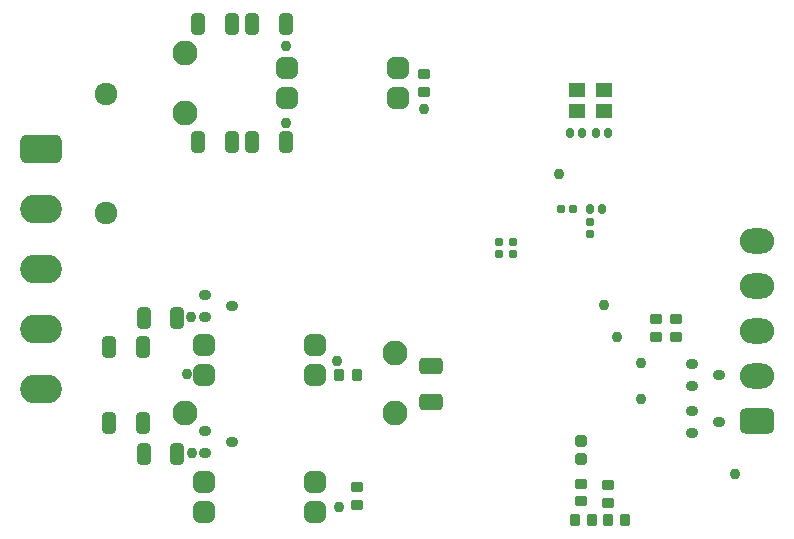
<source format=gbs>
G04 Layer_Color=16711935*
%FSLAX44Y44*%
%MOMM*%
G71*
G01*
G75*
%ADD74C,0.9200*%
G04:AMPARAMS|DCode=75|XSize=0.72mm|YSize=0.72mm|CornerRadius=0.135mm|HoleSize=0mm|Usage=FLASHONLY|Rotation=90.000|XOffset=0mm|YOffset=0mm|HoleType=Round|Shape=RoundedRectangle|*
%AMROUNDEDRECTD75*
21,1,0.7200,0.4500,0,0,90.0*
21,1,0.4500,0.7200,0,0,90.0*
1,1,0.2700,0.2250,0.2250*
1,1,0.2700,0.2250,-0.2250*
1,1,0.2700,-0.2250,-0.2250*
1,1,0.2700,-0.2250,0.2250*
%
%ADD75ROUNDEDRECTD75*%
G04:AMPARAMS|DCode=82|XSize=1.02mm|YSize=0.92mm|CornerRadius=0.26mm|HoleSize=0mm|Usage=FLASHONLY|Rotation=90.000|XOffset=0mm|YOffset=0mm|HoleType=Round|Shape=RoundedRectangle|*
%AMROUNDEDRECTD82*
21,1,1.0200,0.4000,0,0,90.0*
21,1,0.5000,0.9200,0,0,90.0*
1,1,0.5200,0.2000,0.2500*
1,1,0.5200,0.2000,-0.2500*
1,1,0.5200,-0.2000,-0.2500*
1,1,0.5200,-0.2000,0.2500*
%
%ADD82ROUNDEDRECTD82*%
G04:AMPARAMS|DCode=84|XSize=0.72mm|YSize=0.72mm|CornerRadius=0.135mm|HoleSize=0mm|Usage=FLASHONLY|Rotation=180.000|XOffset=0mm|YOffset=0mm|HoleType=Round|Shape=RoundedRectangle|*
%AMROUNDEDRECTD84*
21,1,0.7200,0.4500,0,0,180.0*
21,1,0.4500,0.7200,0,0,180.0*
1,1,0.2700,-0.2250,0.2250*
1,1,0.2700,0.2250,0.2250*
1,1,0.2700,0.2250,-0.2250*
1,1,0.2700,-0.2250,-0.2250*
%
%ADD84ROUNDEDRECTD84*%
G04:AMPARAMS|DCode=86|XSize=1.82mm|YSize=1.17mm|CornerRadius=0.3225mm|HoleSize=0mm|Usage=FLASHONLY|Rotation=90.000|XOffset=0mm|YOffset=0mm|HoleType=Round|Shape=RoundedRectangle|*
%AMROUNDEDRECTD86*
21,1,1.8200,0.5250,0,0,90.0*
21,1,1.1750,1.1700,0,0,90.0*
1,1,0.6450,0.2625,0.5875*
1,1,0.6450,0.2625,-0.5875*
1,1,0.6450,-0.2625,-0.5875*
1,1,0.6450,-0.2625,0.5875*
%
%ADD86ROUNDEDRECTD86*%
G04:AMPARAMS|DCode=87|XSize=1.02mm|YSize=0.92mm|CornerRadius=0.26mm|HoleSize=0mm|Usage=FLASHONLY|Rotation=180.000|XOffset=0mm|YOffset=0mm|HoleType=Round|Shape=RoundedRectangle|*
%AMROUNDEDRECTD87*
21,1,1.0200,0.4000,0,0,180.0*
21,1,0.5000,0.9200,0,0,180.0*
1,1,0.5200,-0.2500,0.2000*
1,1,0.5200,0.2500,0.2000*
1,1,0.5200,0.2500,-0.2000*
1,1,0.5200,-0.2500,-0.2000*
%
%ADD87ROUNDEDRECTD87*%
G04:AMPARAMS|DCode=96|XSize=1.07mm|YSize=0.97mm|CornerRadius=0.2725mm|HoleSize=0mm|Usage=FLASHONLY|Rotation=180.000|XOffset=0mm|YOffset=0mm|HoleType=Round|Shape=RoundedRectangle|*
%AMROUNDEDRECTD96*
21,1,1.0700,0.4250,0,0,180.0*
21,1,0.5250,0.9700,0,0,180.0*
1,1,0.5450,-0.2625,0.2125*
1,1,0.5450,0.2625,0.2125*
1,1,0.5450,0.2625,-0.2125*
1,1,0.5450,-0.2625,-0.2125*
%
%ADD96ROUNDEDRECTD96*%
G04:AMPARAMS|DCode=98|XSize=0.77mm|YSize=0.67mm|CornerRadius=0.1975mm|HoleSize=0mm|Usage=FLASHONLY|Rotation=90.000|XOffset=0mm|YOffset=0mm|HoleType=Round|Shape=RoundedRectangle|*
%AMROUNDEDRECTD98*
21,1,0.7700,0.2750,0,0,90.0*
21,1,0.3750,0.6700,0,0,90.0*
1,1,0.3950,0.1375,0.1875*
1,1,0.3950,0.1375,-0.1875*
1,1,0.3950,-0.1375,-0.1875*
1,1,0.3950,-0.1375,0.1875*
%
%ADD98ROUNDEDRECTD98*%
G04:AMPARAMS|DCode=105|XSize=2.02mm|YSize=1.42mm|CornerRadius=0.385mm|HoleSize=0mm|Usage=FLASHONLY|Rotation=180.000|XOffset=0mm|YOffset=0mm|HoleType=Round|Shape=RoundedRectangle|*
%AMROUNDEDRECTD105*
21,1,2.0200,0.6500,0,0,180.0*
21,1,1.2500,1.4200,0,0,180.0*
1,1,0.7700,-0.6250,0.3250*
1,1,0.7700,0.6250,0.3250*
1,1,0.7700,0.6250,-0.3250*
1,1,0.7700,-0.6250,-0.3250*
%
%ADD105ROUNDEDRECTD105*%
G04:AMPARAMS|DCode=108|XSize=2.42mm|YSize=3.52mm|CornerRadius=0.52mm|HoleSize=0mm|Usage=FLASHONLY|Rotation=270.000|XOffset=0mm|YOffset=0mm|HoleType=Round|Shape=RoundedRectangle|*
%AMROUNDEDRECTD108*
21,1,2.4200,2.4800,0,0,270.0*
21,1,1.3800,3.5200,0,0,270.0*
1,1,1.0400,-1.2400,-0.6900*
1,1,1.0400,-1.2400,0.6900*
1,1,1.0400,1.2400,0.6900*
1,1,1.0400,1.2400,-0.6900*
%
%ADD108ROUNDEDRECTD108*%
%ADD109O,3.5200X2.4200*%
G04:AMPARAMS|DCode=110|XSize=2.12mm|YSize=2.92mm|CornerRadius=0.46mm|HoleSize=0mm|Usage=FLASHONLY|Rotation=90.000|XOffset=0mm|YOffset=0mm|HoleType=Round|Shape=RoundedRectangle|*
%AMROUNDEDRECTD110*
21,1,2.1200,2.0000,0,0,90.0*
21,1,1.2000,2.9200,0,0,90.0*
1,1,0.9200,1.0000,0.6000*
1,1,0.9200,1.0000,-0.6000*
1,1,0.9200,-1.0000,-0.6000*
1,1,0.9200,-1.0000,0.6000*
%
%ADD110ROUNDEDRECTD110*%
%ADD111O,2.9200X2.1200*%
%ADD112C,2.1200*%
%ADD113C,1.9200*%
%ADD114C,0.1200*%
G04:AMPARAMS|DCode=116|XSize=0.77mm|YSize=0.97mm|CornerRadius=0.2225mm|HoleSize=0mm|Usage=FLASHONLY|Rotation=270.000|XOffset=0mm|YOffset=0mm|HoleType=Round|Shape=RoundedRectangle|*
%AMROUNDEDRECTD116*
21,1,0.7700,0.5250,0,0,270.0*
21,1,0.3250,0.9700,0,0,270.0*
1,1,0.4450,-0.2625,-0.1625*
1,1,0.4450,-0.2625,0.1625*
1,1,0.4450,0.2625,0.1625*
1,1,0.4450,0.2625,-0.1625*
%
%ADD116ROUNDEDRECTD116*%
G04:AMPARAMS|DCode=117|XSize=1.42mm|YSize=1.22mm|CornerRadius=0.1975mm|HoleSize=0mm|Usage=FLASHONLY|Rotation=180.000|XOffset=0mm|YOffset=0mm|HoleType=Round|Shape=RoundedRectangle|*
%AMROUNDEDRECTD117*
21,1,1.4200,0.8250,0,0,180.0*
21,1,1.0250,1.2200,0,0,180.0*
1,1,0.3950,-0.5125,0.4125*
1,1,0.3950,0.5125,0.4125*
1,1,0.3950,0.5125,-0.4125*
1,1,0.3950,-0.5125,-0.4125*
%
%ADD117ROUNDEDRECTD117*%
G04:AMPARAMS|DCode=118|XSize=1.8mm|YSize=1.85mm|CornerRadius=0.475mm|HoleSize=0mm|Usage=FLASHONLY|Rotation=90.000|XOffset=0mm|YOffset=0mm|HoleType=Round|Shape=RoundedRectangle|*
%AMROUNDEDRECTD118*
21,1,1.8000,0.9000,0,0,90.0*
21,1,0.8500,1.8500,0,0,90.0*
1,1,0.9500,0.4500,0.4250*
1,1,0.9500,0.4500,-0.4250*
1,1,0.9500,-0.4500,-0.4250*
1,1,0.9500,-0.4500,0.4250*
%
%ADD118ROUNDEDRECTD118*%
D74*
X359003Y363000D02*
D03*
X162000Y186500D02*
D03*
X158500Y138000D02*
D03*
X522500Y170000D02*
D03*
X285000Y149500D02*
D03*
X622000Y53500D02*
D03*
X162500Y71500D02*
D03*
X287500Y25500D02*
D03*
X543000Y117000D02*
D03*
Y147500D02*
D03*
X511500Y197000D02*
D03*
X473500Y307500D02*
D03*
X242500Y416000D02*
D03*
Y350500D02*
D03*
D75*
X475200Y278000D02*
D03*
X484800D02*
D03*
D82*
X302502Y137500D02*
D03*
X287502D02*
D03*
X529500Y15000D02*
D03*
X514500D02*
D03*
X486497D02*
D03*
X501497D02*
D03*
D84*
X422500Y240200D02*
D03*
Y249800D02*
D03*
X434500Y240200D02*
D03*
Y249800D02*
D03*
X499500Y266798D02*
D03*
Y257197D02*
D03*
D86*
X121748Y71000D02*
D03*
X150247D02*
D03*
X121250Y97000D02*
D03*
X92750D02*
D03*
X150247Y186000D02*
D03*
X121748D02*
D03*
X92750Y161000D02*
D03*
X121250D02*
D03*
X167750Y335000D02*
D03*
X196250D02*
D03*
X213750D02*
D03*
X242250D02*
D03*
X167750Y435000D02*
D03*
X196250D02*
D03*
X213750Y435000D02*
D03*
X242250D02*
D03*
D87*
X572500Y185000D02*
D03*
Y170000D02*
D03*
X555500Y185000D02*
D03*
Y170000D02*
D03*
X302500Y42500D02*
D03*
Y27500D02*
D03*
X359003Y392500D02*
D03*
Y377500D02*
D03*
X515000Y29500D02*
D03*
Y44500D02*
D03*
X492000Y30500D02*
D03*
Y45500D02*
D03*
D96*
Y66500D02*
D03*
Y81500D02*
D03*
D98*
X482914Y342778D02*
D03*
X492914D02*
D03*
X514914D02*
D03*
X504914D02*
D03*
X499500Y278000D02*
D03*
X509500D02*
D03*
D105*
X365000Y145000D02*
D03*
Y115000D02*
D03*
D108*
X35000Y328600D02*
D03*
D109*
Y227000D02*
D03*
Y277800D02*
D03*
Y176200D02*
D03*
Y125400D02*
D03*
D110*
X641000Y98800D02*
D03*
D111*
Y175000D02*
D03*
Y136900D02*
D03*
Y213100D02*
D03*
Y251200D02*
D03*
D112*
X157100Y410400D02*
D03*
Y359600D02*
D03*
Y105600D02*
D03*
X334900Y156400D02*
D03*
Y105600D02*
D03*
D113*
X90000Y375000D02*
D03*
Y275000D02*
D03*
D114*
X87000Y421500D02*
D03*
X587000Y31500D02*
D03*
X87000D02*
D03*
D116*
X586250Y147000D02*
D03*
Y128000D02*
D03*
X608750Y137500D02*
D03*
X586250Y107000D02*
D03*
Y88000D02*
D03*
X608750Y97500D02*
D03*
X196250Y81000D02*
D03*
X173750Y71500D02*
D03*
Y90500D02*
D03*
Y205500D02*
D03*
Y186500D02*
D03*
X196250Y196000D02*
D03*
D117*
X511414Y360778D02*
D03*
X488414Y360778D02*
D03*
Y378778D02*
D03*
X511414Y378778D02*
D03*
D118*
X266900Y21800D02*
D03*
Y47200D02*
D03*
X173100D02*
D03*
Y21800D02*
D03*
X266900Y137300D02*
D03*
Y162700D02*
D03*
X173100D02*
D03*
Y137300D02*
D03*
X336900Y372300D02*
D03*
Y397700D02*
D03*
X243100Y397700D02*
D03*
Y372300D02*
D03*
M02*

</source>
